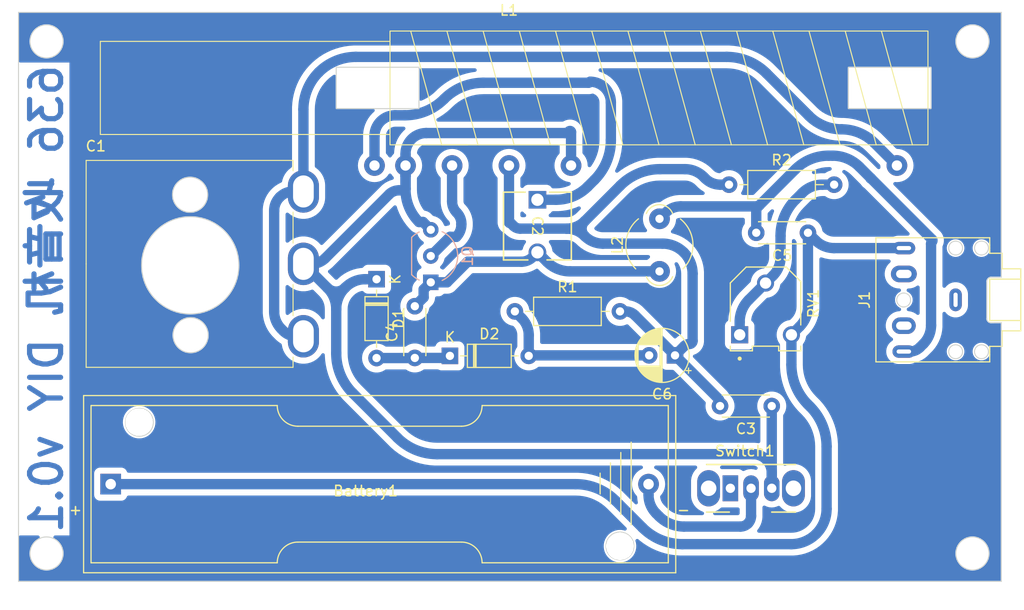
<source format=kicad_pcb>
(kicad_pcb (version 20221018) (generator pcbnew)
  (layers (0 "F.Cu" signal) (31 "B.Cu" signal) (34 "B.Paste" user) (35 "F.Paste" user) (36 "B.SilkS" user "B.Silkscreen") (37 "F.SilkS" user "F.Silkscreen") (38 "B.Mask" user) (39 "F.Mask" user) (44 "Edge.Cuts" user))
  (net 0 "")
  (net 1 "Net-(Battery1-+)")
  (net 2 "Net-(Battery1--)")
  (net 3 "Net-(C2-Pad1)")
  (net 4 "Net-(Q1-C)")
  (net 5 "GND")
  (net 6 "Net-(C3-Pad2)")
  (net 7 "Net-(D1-A)")
  (net 8 "Net-(C5-Pad2)")
  (net 9 "Net-(D2-A)")
  (net 10 "Net-(C1-Pad1)")
  (net 11 "Net-(Q1-B)")
  (net 12 "Net-(R2-Pad2)")
  (footprint "Capacitor_THT:C_Disc_D4.3mm_W1.9mm_P5.00mm" (layer "F.Cu") (at 158.1 125.25 180)
    (fp_text reference "C3" (at 2.5 -2.2) (layer "F.SilkS"))
    (fp_text value "103")
    (pad "1" thru_hole circle (at 0 0 180) (size 1.6 1.6) (drill 0.8) (layers "*.Cu" "*.Mask") (net 5 "GND"))
    (pad "2" thru_hole circle (at 5 0 180) (size 1.6 1.6) (drill 0.8) (layers "*.Cu" "*.Mask") (net 6 "Net-(C3-Pad2)"))
  )
  (footprint "Ferrite_THT:LairdTech_28C0236-0JW-10" (layer "F.Cu") (at 147.25 112.23 90)
    (fp_text reference "L2" (at 2.54 -4.064 90) (layer "F.SilkS"))
    (fp_text value "2.2mH")
    (pad "1" thru_hole circle (at 0 0 90) (size 2 2) (drill 0.8) (layers "*.Cu" "*.Mask") (net 4 "Net-(Q1-C)"))
    (pad "2" thru_hole circle (at 5.08 0 90) (size 2 2) (drill 0.8) (layers "*.Cu" "*.Mask") (net 8 "Net-(C5-Pad2)"))
  )
  (footprint "Button_Switch_THT:SW_CuK_OS102011MA1QN1_SPDT_Angled" (layer "F.Cu") (at 154.1 133.2)
    (fp_text reference "Switch1" (at 1.4 -3.6) (layer "F.SilkS"))
    (fp_text value "SW_SPDT")
    (pad "" thru_hole oval (at -2.1 0) (size 2.2 3.5) (drill 1.5) (layers "*.Cu" "*.Mask"))
    (pad "" thru_hole oval (at 6.1 0) (size 2.2 3.5) (drill 1.5) (layers "*.Cu" "*.Mask"))
    (pad "1" thru_hole rect (at 0 0) (size 1.5 2.5) (drill 0.9) (layers "*.Cu" "*.Mask"))
    (pad "2" thru_hole oval (at 2 0) (size 1.5 2.5) (drill 0.9) (layers "*.Cu" "*.Mask") (net 2 "Net-(Battery1--)"))
    (pad "3" thru_hole oval (at 4 0) (size 1.5 2.5) (drill 0.9) (layers "*.Cu" "*.Mask") (net 5 "GND"))
  )
  (footprint "Capacitor_THT:CP_Radial_D5.0mm_P2.50mm" (layer "F.Cu") (at 148.75 120.35 180)
    (fp_text reference "C6" (at 1.25 -3.75) (layer "F.SilkS"))
    (fp_text value "10uF")
    (pad "1" thru_hole rect (at 0 0 180) (size 1.6 1.6) (drill 0.8) (layers "*.Cu" "*.Mask") (net 6 "Net-(C3-Pad2)"))
    (pad "2" thru_hole circle (at 2.5 0 180) (size 1.6 1.6) (drill 0.8) (layers "*.Cu" "*.Mask") (net 9 "Net-(D2-A)"))
  )
  (footprint "Battery:BatteryHolder_Keystone_2460_1xAA" (layer "F.Cu") (at 94.2 132.8)
    (fp_text reference "Battery1" (at 24.6428 0.661 180) (layer "F.SilkS"))
    (fp_text value "1.5V")
    (fp_text user "-" (at 55.37 2.48) (layer "F.SilkS"))
    (fp_text user "+" (at -3.4 2.48) (layer "F.SilkS"))
    (pad "" np_thru_hole circle (at 2.75 -5.995 90) (size 2.64 2.64) (drill 2.64) (layers "*.Cu" "*.Mask"))
    (pad "" np_thru_hole circle (at 49.23 5.995) (size 2.64 2.64) (drill 2.64) (layers "*.Cu" "*.Mask"))
    (pad "1" thru_hole rect (at 0 0 180) (size 2 2) (drill 1.02) (layers "*.Cu" "*.Mask") (net 1 "Net-(Battery1-+)"))
    (pad "2" thru_hole circle (at 51.99 0 180) (size 2 2) (drill 1.02) (layers "*.Cu" "*.Mask") (net 2 "Net-(Battery1--)"))
  )
  (footprint "Capacitor_THT:C_Disc_D4.3mm_W1.9mm_P5.00mm" (layer "F.Cu") (at 161.6 108.5 180)
    (fp_text reference "C5" (at 2.5 -2.2) (layer "F.SilkS"))
    (fp_text value "102")
    (pad "1" thru_hole circle (at 0 0 180) (size 1.6 1.6) (drill 0.8) (layers "*.Cu" "*.Mask") (net 1 "Net-(Battery1-+)"))
    (pad "2" thru_hole circle (at 5 0 180) (size 1.6 1.6) (drill 0.8) (layers "*.Cu" "*.Mask") (net 8 "Net-(C5-Pad2)"))
  )
  (footprint "Inductor_THT:L_CommonMode_Toroid_Vertical_L43.2mm_W22.9mm_Px17.78mm_Py30.48mm_Bourns_8100" (layer "F.Cu") (at 132.7 94.5)
    (fp_text reference "L1" (at 0 -7.5) (layer "F.SilkS"))
    (fp_text value "~")
    (pad "1" thru_hole circle (at 37.5 7.5) (size 2 2) (drill 1) (layers "*.Cu" "*.Mask") (net 10 "Net-(C1-Pad1)"))
    (pad "2" thru_hole circle (at 6 7.5) (size 2 2) (drill 1) (layers "*.Cu" "*.Mask") (net 5 "GND"))
    (pad "3" thru_hole circle (at 0 7.5) (size 2 2) (drill 1) (layers "*.Cu" "*.Mask") (net 6 "Net-(C3-Pad2)"))
    (pad "4" thru_hole circle (at -5.5 7.5) (size 2 2) (drill 1) (layers "*.Cu" "*.Mask") (net 11 "Net-(Q1-B)"))
    (pad "5" thru_hole circle (at -10 7.5) (size 2 2) (drill 1) (layers "*.Cu" "*.Mask") (net 5 "GND"))
    (pad "6" thru_hole circle (at -13 7.5) (size 2 2) (drill 1) (layers "*.Cu" "*.Mask") (net 3 "Net-(C2-Pad1)"))
  )
  (footprint "Diode_THT:D_DO-35_SOD27_P7.62mm_Horizontal" (layer "F.Cu") (at 126.99 120.4)
    (fp_text reference "D2" (at 3.81 -2.12) (layer "F.SilkS"))
    (fp_text value "1N4148")
    (fp_text user "K" (at 0 -1.8) (layer "F.SilkS"))
    (pad "1" thru_hole rect (at 0 0) (size 1.6 1.6) (drill 0.8) (layers "*.Cu" "*.Mask") (net 7 "Net-(D1-A)"))
    (pad "2" thru_hole oval (at 7.62 0) (size 1.6 1.6) (drill 0.8) (layers "*.Cu" "*.Mask") (net 9 "Net-(D2-A)"))
  )
  (footprint "Rotary_Encoder:RotaryEncoder_Bourns_Vertical_PEC12R-3x17F-Sxxxx" (layer "F.Cu") (at 101.8286 111.506)
    (fp_text reference "C1" (at -9.0678 -11.3792 180) (layer "F.SilkS"))
    (fp_text value "CBM-223 ")
    (pad "1" thru_hole oval (at 11 -7 90) (size 4.1 3) (drill oval 3.1 2) (layers "*.Cu" "*.Mask") (net 10 "Net-(C1-Pad1)"))
    (pad "2" thru_hole oval (at 11 0 90) (size 4.1 3) (drill oval 3.1 2) (layers "*.Cu" "*.Mask") (net 5 "GND"))
    (pad "3" thru_hole oval (at 11 7 90) (size 4.1 3) (drill oval 3.1 2) (layers "*.Cu" "*.Mask") (net 10 "Net-(C1-Pad1)"))
  )
  (footprint "radio636footprints:TRIM_3306F-1-503" (layer "F.Cu") (at 157.5 115.8625 -90)
    (fp_text reference "RV1" (at -0.525 -4.625 90) (layer "F.SilkS"))
    (fp_text value "50k")
    (pad "1" thru_hole rect (at 2.5 2.5 270) (size 1.65 1.65) (drill 1.1) (layers "*.Cu" "*.Mask") (net 12 "Net-(R2-Pad2)"))
    (pad "2" thru_hole circle (at -2.5 0 270) (size 1.65 1.65) (drill 1.1) (layers "*.Cu" "*.Mask") (net 12 "Net-(R2-Pad2)"))
    (pad "3" thru_hole circle (at 2.5 -2.5 270) (size 1.65 1.65) (drill 1.1) (layers "*.Cu" "*.Mask") (net 1 "Net-(Battery1-+)"))
  )
  (footprint "Resistor_THT:R_Axial_DIN0207_L6.3mm_D2.5mm_P10.16mm_Horizontal" (layer "F.Cu") (at 133.27 116.1)
    (fp_text reference "R1" (at 5.08 -2.37) (layer "F.SilkS"))
    (fp_text value "10K")
    (pad "1" thru_hole circle (at 0 0) (size 1.6 1.6) (drill 0.8) (layers "*.Cu" "*.Mask") (net 9 "Net-(D2-A)"))
    (pad "2" thru_hole oval (at 10.16 0) (size 1.6 1.6) (drill 0.8) (layers "*.Cu" "*.Mask") (net 6 "Net-(C3-Pad2)"))
  )
  (footprint "radio636footprints:VCAP_GKGXXX15_SGM" (layer "F.Cu") (at 135.45 105.31 -90)
    (fp_text reference "C2" (at 2.54 0 -90 unlocked) (layer "F.SilkS"))
    (fp_text value "30p")
    (pad "1" thru_hole rect (at 0 0 270) (size 1.7018 1.7018) (drill 1.1938) (layers "*.Cu" "*.Mask") (net 3 "Net-(C2-Pad1)"))
    (pad "2" thru_hole circle (at 5.08 0 270) (size 1.7018 1.7018) (drill 1.1938) (layers "*.Cu" "*.Mask") (net 4 "Net-(Q1-C)"))
  )
  (footprint "Diode_THT:D_DO-35_SOD27_P7.62mm_Horizontal" (layer "F.Cu") (at 119.9 112.99 -90)
    (fp_text reference "D1" (at 3.81 -2.12 90) (layer "F.SilkS"))
    (fp_text value "1N4148")
    (fp_text user "K" (at 0 -1.8 90) (layer "F.SilkS"))
    (pad "1" thru_hole rect (at 0 0 270) (size 1.6 1.6) (drill 0.8) (layers "*.Cu" "*.Mask") (net 5 "GND"))
    (pad "2" thru_hole oval (at 7.62 0 270) (size 1.6 1.6) (drill 0.8) (layers "*.Cu" "*.Mask") (net 7 "Net-(D1-A)"))
  )
  (footprint "Resistor_THT:R_Axial_DIN0207_L6.3mm_D2.5mm_P10.16mm_Horizontal" (layer "F.Cu") (at 153.97 103.85)
    (fp_text reference "R2" (at 5.08 -2.37) (layer "F.SilkS"))
    (fp_text value "10K")
    (pad "1" thru_hole circle (at 0 0) (size 1.6 1.6) (drill 0.8) (layers "*.Cu" "*.Mask") (net 6 "Net-(C3-Pad2)"))
    (pad "2" thru_hole oval (at 10.16 0) (size 1.6 1.6) (drill 0.8) (layers "*.Cu" "*.Mask") (net 12 "Net-(R2-Pad2)"))
  )
  (footprint "Connector_Audio:Jack_3.5mm_CUI_SJ1-3525N_Horizontal" (layer "F.Cu") (at 175.8696 114.982 90)
    (fp_text reference "J1" (at 0 -8.8 90) (layer "F.SilkS"))
    (fp_text value "AudioJack2")
    (pad "" np_thru_hole circle (at -5 0 90) (size 1.2 1.2) (drill 1.2) (layers "F&B.Cu" "*.Mask"))
    (pad "" np_thru_hole circle (at -5 2.5 90) (size 1.2 1.2) (drill 1.2) (layers "F&B.Cu" "*.Mask"))
    (pad "" np_thru_hole circle (at 0 -5 90) (size 1.2 1.2) (drill 1.2) (layers "F&B.Cu" "*.Mask"))
    (pad "" np_thru_hole circle (at 5 0 90) (size 1.2 1.2) (drill 1.2) (layers "F&B.Cu" "*.Mask"))
    (pad "" np_thru_hole circle (at 5 2.5 90) (size 1.2 1.2) (drill 1.2) (layers "F&B.Cu" "*.Mask"))
    (pad "R" thru_hole oval (at -5 -5 90) (size 1.2 2.2) (drill oval 0.4 1.4) (layers "*.Cu" "*.Mask") (net 8 "Net-(C5-Pad2)"))
    (pad "RN" thru_hole oval (at -2.5 -5 90) (size 1.6 2.3) (drill oval 0.8 1.5) (layers "*.Cu" "*.Mask"))
    (pad "S" thru_hole oval (at 0 0 90) (size 2.2 1.2) (drill oval 1.4 0.4) (layers "*.Cu" "*.Mask"))
    (pad "T" thru_hole oval (at 5 -5 270) (size 1.2 2.2) (drill oval 0.4 1.4) (layers "*.Cu" "*.Mask") (net 1 "Net-(Battery1-+)"))
    (pad "TN" thru_hole oval (at 2.5 -5 270) (size 1.6 2.5) (drill oval 0.8 1.5) (layers "*.Cu" "*.Mask"))
  )
  (footprint "Capacitor_THT:C_Disc_D4.3mm_W1.9mm_P5.00mm" (layer "F.Cu") (at 123.6 120.6 90)
    (fp_text reference "C4" (at 2.5 -2.2 90) (layer "F.SilkS"))
    (fp_text value "271")
    (pad "1" thru_hole circle (at 0 0 90) (size 1.6 1.6) (drill 0.8) (layers "*.Cu" "*.Mask") (net 7 "Net-(D1-A)"))
    (pad "2" thru_hole circle (at 5 0 90) (size 1.6 1.6) (drill 0.8) (layers "*.Cu" "*.Mask") (net 4 "Net-(Q1-C)"))
  )
  (footprint "Package_TO_SOT_THT:TO-92_Inline_Wide" (layer "B.Cu") (at 125.14 113.29 90)
    (fp_text reference "Q1" (at 2.54 3.56 270) (layer "B.SilkS") (effects (justify mirror)))
    (fp_text value "BC547/S9014")
    (pad "1" thru_hole rect (at 0 0 90) (size 1.5 1.5) (drill 0.8) (layers "*.Cu" "*.Mask") (net 4 "Net-(Q1-C)"))
    (pad "2" thru_hole circle (at 2.54 0 90) (size 1.5 1.5) (drill 0.8) (layers "*.Cu" "*.Mask") (net 11 "Net-(Q1-B)"))
    (pad "3" thru_hole circle (at 5.08 0 90) (size 1.5 1.5) (drill 0.8) (layers "*.Cu" "*.Mask") (net 5 "GND"))
  )
  (gr_circle (center 101.925 118.4) (end 103.625 118.4) (stroke (width 0.1)) (fill none) (layer "Edge.Cuts"))
  (gr_circle (center 88 139.5) (end 89.6 139.5) (stroke (width 0.1)) (fill none) (layer "Edge.Cuts"))
  (gr_circle (center 175.875 120) (end 176.45 120.35) (stroke (width 0.1)) (fill none) (layer "Edge.Cuts"))
  (gr_circle (center 170.85 115) (end 171.425 115.35) (stroke (width 0.1)) (fill none) (layer "Edge.Cuts"))
  (gr_circle (center 101.875 104.825) (end 103.575 104.825) (stroke (width 0.1)) (fill none) (layer "Edge.Cuts"))
  (gr_circle (center 96.975 126.825) (end 97.975 127.725) (stroke (width 0.1)) (fill none) (layer "Edge.Cuts"))
  (gr_circle (center 178.375 109.975) (end 178.95 110.325) (stroke (width 0.1)) (fill none) (layer "Edge.Cuts"))
  (gr_circle (center 143.425 138.775) (end 144.425 139.675) (stroke (width 0.1)) (fill none) (layer "Edge.Cuts"))
  (gr_line (start 180.2892 112.7956) (end 180.2892 87.1956) (stroke (width 0.1)) (layer "Edge.Cuts"))
  (gr_circle (center 177.5 90) (end 179.1 90) (stroke (width 0.1)) (fill none) (layer "Edge.Cuts"))
  (gr_arc (start 178.895479 113.195667) (mid 179.011666 112.91624) (end 179.2892 112.7956) (stroke (width 0.1)) (layer "Edge.Cuts"))
  (gr_line (start 179.289182 117.201626) (end 180.2892 117.1956) (stroke (width 0.1)) (layer "Edge.Cuts"))
  (gr_rect (start 116 92.5) (end 124 96.5) (stroke (width 0.1)) (fill none) (layer "Edge.Cuts"))
  (gr_line (start 180.2892 112.7956) (end 179.2892 112.7956) (stroke (width 0.1)) (layer "Edge.Cuts"))
  (gr_circle (center 177.5 139.5) (end 179.1 139.5) (stroke (width 0.1)) (fill none) (layer "Edge.Cuts"))
  (gr_circle (center 175.875 109.975) (end 176.45 110.325) (stroke (width 0.1)) (fill none) (layer "Edge.Cuts"))
  (gr_rect (start 165.5 92.5) (end 173.5 96.5) (stroke (width 0.1)) (fill none) (layer "Edge.Cuts"))
  (gr_circle (center 88 90) (end 89.6 90) (stroke (width 0.1)) (fill none) (layer "Edge.Cuts"))
  (gr_line (start 85.2892 87.1956) (end 85.2892 142.1956) (stroke (width 0.1)) (layer "Edge.Cuts"))
  (gr_line (start 178.8892 113.1956) (end 178.8892 116.7956) (stroke (width 0.1)) (layer "Edge.Cuts"))
  (gr_arc (start 179.289182 117.201626) (mid 179.004569 117.081975) (end 178.889201 116.7956) (stroke (width 0.1)) (layer "Edge.Cuts"))
  (gr_circle (center 101.889342 111.65) (end 106.589342 111.65) (stroke (width 0.1)) (fill none) (layer "Edge.Cuts"))
  (gr_line (start 180.2892 142.1956) (end 180.2892 117.1956) (stroke (width 0.1)) (layer "Edge.Cuts"))
  (gr_line (start 180.2892 87.1956) (end 85.2892 87.1956) (stroke (width 0.1)) (layer "Edge.Cuts"))
  (gr_circle (center 178.375 120) (end 178.95 120.35) (stroke (width 0.1)) (fill none) (layer "Edge.Cuts"))
  (gr_line (start 85.2892 142.1956) (end 180.2892 142.1956) (stroke (width 0.1)) (layer "Edge.Cuts"))
  (gr_text "636 收音机 DIY v0.1" (at 89.75 92 90) (layer "B.Cu") (effects (font (size 3 3) (thickness 0.5) bold) (justify left bottom mirror)))
  (segment (start 142.993792 134.393792) (end 145.606207 137.006207) (width 1) (layer "B.Cu") (net 1))
  (segment (start 161.6 109.023966) (end 161.6 115.631129) (width 1) (layer "B.Cu") (net 1))
  (segment (start 164.129932 109.982) (end 170.8696 109.982) (width 1) (layer "B.Cu") (net 1))
  (segment (start 160.4 117.9625) (end 160.8 117.5625) (width 1) (layer "B.Cu") (net 1))
  (segment (start 160 121.246036) (end 160 118.928185) (width 1) (layer "B.Cu") (net 1))
  (segment (start 159.985786 138.6) (end 149.453963 138.6) (width 1) (layer "B.Cu") (net 1))
  (segment (start 163.4 135.185786) (end 163.4 129.153963) (width 1) (layer "B.Cu") (net 1))
  (segment (start 161.593792 125.093792) (end 161.806207 125.306207) (width 1) (layer "B.Cu") (net 1))
  (segment (start 161.9705 108.8705) (end 162.341 109.241) (width 1) (layer "B.Cu") (net 1))
  (segment (start 139.146036 132.8) (end 94.2 132.8) (width 1) (layer "B.Cu") (net 1))
  (arc (start 160.4 117.9625) (mid 160.103956 118.40556) (end 160 118.928185) (width 1) (layer "B.Cu") (net 1))
  (arc (start 162.341 109.241) (mid 163.161769 109.78942) (end 164.129932 109.982) (width 1) (layer "B.Cu") (net 1))
  (arc (start 145.606207 137.006207) (mid 147.371572 138.185786) (end 149.453963 138.6) (width 1) (layer "B.Cu") (net 1))
  (arc (start 161.9705 108.8705) (mid 161.733978 108.823452) (end 161.6 109.023966) (width 1) (layer "B.Cu") (net 1))
  (arc (start 139.146036 132.8) (mid 141.228426 133.214213) (end 142.993792 134.393792) (width 1) (layer "B.Cu") (net 1))
  (arc (start 162.4 137.6) (mid 163.140108 136.492349) (end 163.4 135.185786) (width 1) (layer "B.Cu") (net 1))
  (arc (start 161.593792 125.093792) (mid 160.414213 123.328426) (end 160 121.246036) (width 1) (layer "B.Cu") (net 1))
  (arc (start 160.8 117.5625) (mid 161.392086 116.676379) (end 161.6 115.631129) (width 1) (layer "B.Cu") (net 1))
  (arc (start 162.4 137.6) (mid 161.292349 138.340108) (end 159.985786 138.6) (width 1) (layer "B.Cu") (net 1))
  (arc (start 163.4 129.153963) (mid 162.985786 127.071572) (end 161.806207 125.306207) (width 1) (layer "B.Cu") (net 1))
  (segment (start 146.19 133.845) (end 146.19 132.8) (width 1) (layer "B.Cu") (net 2))
  (segment (start 156.1 135.875735) (end 156.1 133.2) (width 1) (layer "B.Cu") (net 2))
  (segment (start 146.928926 135.628926) (end 147.195 135.895) (width 1) (layer "B.Cu") (net 2))
  (segment (start 149.621284 136.9) (end 155.075735 136.9) (width 1) (layer "B.Cu") (net 2))
  (arc (start 146.19 133.845) (mid 146.38204 134.810453) (end 146.928926 135.628926) (width 1) (layer "B.Cu") (net 2))
  (arc (start 155.8 136.6) (mid 155.467704 136.822032) (end 155.075735 136.9) (width 1) (layer "B.Cu") (net 2))
  (arc (start 149.621284 136.9) (mid 148.308188 136.638809) (end 147.195 135.895) (width 1) (layer "B.Cu") (net 2))
  (arc (start 156.1 135.875735) (mid 156.022032 136.267704) (end 155.8 136.6) (width 1) (layer "B.Cu") (net 2))
  (segment (start 119.7 99.1435) (end 119.7 102) (width 1) (layer "B.Cu") (net 3))
  (segment (start 122.633706 97.143502) (end 121.699998 97.143502) (width 1) (layer "B.Cu") (net 3))
  (segment (start 140.956207 103.393792) (end 140.309256 104.040742) (width 1) (layer "B.Cu") (net 3))
  (segment (start 130.222791 94) (end 140.37929 94) (width 1) (layer "B.Cu") (net 3))
  (segment (start 142.55 99.546036) (end 142.55 95.899998) (width 1) (layer "B.Cu") (net 3))
  (segment (start 140.550001 93.9) (end 140.500001 93.95) (width 1) (layer "B.Cu") (net 3))
  (segment (start 137.245 105.31) (end 135.45 105.31) (width 1) (layer "B.Cu") (net 3))
  (arc (start 121.699998 97.143502) (mid 120.285785 97.729287) (end 119.7 99.1435) (width 1) (layer "B.Cu") (net 3))
  (arc (start 140.550001 93.9) (mid 141.964213 94.485785) (end 142.55 95.899998) (width 1) (layer "B.Cu") (net 3))
  (arc (start 140.500001 93.95) (mid 140.444618 93.987005) (end 140.37929 94) (width 1) (layer "B.Cu") (net 3))
  (arc (start 130.222791 94) (mid 128.169199 94.408484) (end 126.428249 95.571751) (width 1) (layer "B.Cu") (net 3))
  (arc (start 142.55 99.546036) (mid 142.135786 101.628426) (end 140.956207 103.393792) (width 1) (layer "B.Cu") (net 3))
  (arc (start 137.245 105.31) (mid 138.903363 104.98013) (end 140.309256 104.040742) (width 1) (layer "B.Cu") (net 3))
  (arc (start 126.428249 95.571751) (mid 124.687297 96.735017) (end 122.633706 97.143502) (width 1) (layer "B.Cu") (net 3))
  (segment (start 133.896532 111.3) (end 128.7 111.3) (width 1) (layer "B.Cu") (net 4))
  (segment (start 124.45 114.75) (end 124.45 113.98) (width 1) (layer "B.Cu") (net 4))
  (segment (start 147.25 112.23) (end 138.591076 112.23) (width 1) (layer "B.Cu") (net 4))
  (segment (start 124.45 113.98) (end 125.14 113.29) (width 1) (layer "B.Cu") (net 4))
  (segment (start 136.37 111.31) (end 135.905 110.845) (width 1) (layer "B.Cu") (net 4))
  (segment (start 128.7 111.3) (end 126.71 113.29) (width 1) (layer "B.Cu") (net 4))
  (segment (start 126.71 113.29) (end 125.14 113.29) (width 1) (layer "B.Cu") (net 4))
  (segment (start 124.45 114.75) (end 123.6 115.6) (width 1) (layer "B.Cu") (net 4))
  (arc (start 134.995 110.845) (mid 134.491018 111.181749) (end 133.896532 111.3) (width 1) (layer "B.Cu") (net 4))
  (arc (start 135.905 110.845) (mid 135.45 110.656532) (end 134.995 110.845) (width 1) (layer "B.Cu") (net 4))
  (arc (start 138.591076 112.23) (mid 137.389038 111.990899) (end 136.37 111.31) (width 1) (layer "B.Cu") (net 4))
  (segment (start 156.307537 129.9) (end 125.753963 129.9) (width 1) (layer "B.Cu") (net 5))
  (segment (start 116 115.870571) (end 116 120.146036) (width 1) (layer "B.Cu") (net 5))
  (segment (start 124.39 107.46) (end 125.14 108.21) (width 1) (layer "B.Cu") (net 5))
  (segment (start 124 107.46) (end 124.39 107.46) (width 1) (layer "B.Cu") (net 5))
  (segment (start 116.905127 113.772272) (end 116.843699 113.833699) (width 1) (layer "B.Cu") (net 5))
  (segment (start 158.1 133.2) (end 158.1 131.692462) (width 1) (layer "B.Cu") (net 5))
  (segment (start 122.7 103) (end 122.7 101) (width 1) (layer "B.Cu") (net 5))
  (segment (start 115.1563 113.8337) (end 113.105326 111.782726) (width 1) (layer "B.Cu") (net 5))
  (segment (start 118.7937 112.99) (end 119.9 112.99) (width 1) (layer "B.Cu") (net 5))
  (segment (start 122.7 103) (end 122.7 100.860658) (width 1) (layer "B.Cu") (net 5))
  (segment (start 113.21995 111.506) (end 113.6113 111.506) (width 1) (layer "B.Cu") (net 5))
  (segment (start 114.947452 110.952547) (end 121.111091 104.788908) (width 1) (layer "B.Cu") (net 5))
  (segment (start 158.1 133.2) (end 158.1 125.25) (width 1) (layer "B.Cu") (net 5))
  (segment (start 122.7 103) (end 122.7 104.229289) (width 1) (layer "B.Cu") (net 5))
  (segment (start 124.699998 98.86066) (end 138.117156 98.86066) (width 1) (layer "B.Cu") (net 5))
  (segment (start 122.7 103) (end 122.7 104.321522) (width 1) (layer "B.Cu") (net 5))
  (segment (start 121.906207 128.306207) (end 117.593792 123.993792) (width 1) (layer "B.Cu") (net 5))
  (segment (start 138.7 98.760659) (end 138.7 102) (width 1) (layer "B.Cu") (net 5))
  (segment (start 122.05 104.4) (end 122.529289 104.4) (width 1) (layer "B.Cu") (net 5))
  (arc (start 122.05 104.4) (mid 121.541866 104.501073) (end 121.111091 104.788908) (width 1) (layer "B.Cu") (net 5))
  (arc (start 118.7937 112.99) (mid 117.771611 113.193305) (end 116.905127 113.772272) (width 1) (layer "B.Cu") (net 5))
  (arc (start 116 115.870571) (mid 115.780729 114.768224) (end 115.1563 113.8337) (width 1) (layer "B.Cu") (net 5))
  (arc (start 116 120.146036) (mid 116.414213 122.228426) (end 117.593792 123.993792) (width 1) (layer "B.Cu") (net 5))
  (arc (start 156.307537 129.9) (mid 156.993483 130.036443) (end 157.575 130.425) (width 1) (layer "B.Cu") (net 5))
  (arc (start 122.65 104.35) (mid 122.594617 104.387005) (end 122.529289 104.4) (width 1) (layer "B.Cu") (net 5))
  (arc (start 122.7 103) (mid 122.7 103) (end 122.7 103) (width 1) (layer "B.Cu") (net 5))
  (arc (start 122.65 104.35) (mid 122.687005 104.294617) (end 122.7 104.229289) (width 1) (layer "B.Cu") (net 5))
  (arc (start 124.699998 98.86066) (mid 123.285785 99.446445) (end 122.7 100.860658) (width 1) (layer "B.Cu") (net 5))
  (arc (start 116 115.870571) (mid 116.21927 114.768224) (end 116.843699 113.833699) (width 1) (layer "B.Cu") (net 5))
  (arc (start 138.7 98.760659) (mid 138.638268 98.668271) (end 138.529289 98.689949) (width 1) (layer "B.Cu") (net 5))
  (arc (start 113.21995 111.506) (mid 113.070186 111.606068) (end 113.105326 111.782726) (width 1) (layer "B.Cu") (net 5))
  (arc (start 121.906207 128.306207) (mid 123.671572 129.485786) (end 125.753963 129.9) (width 1) (layer "B.Cu") (net 5))
  (arc (start 122.7 104.321522) (mid 123.037858 106.020054) (end 124 107.46) (width 1) (layer "B.Cu") (net 5))
  (arc (start 114.947452 110.952547) (mid 114.33442 111.362162) (end 113.6113 111.506) (width 1) (layer "B.Cu") (net 5))
  (arc (start 158.1 131.692462) (mid 157.963556 131.006516) (end 157.575 130.425) (width 1) (layer "B.Cu") (net 5))
  (arc (start 116.843699 113.833699) (mid 115.999999 114.183171) (end 115.1563 113.8337) (width 1) (layer "B.Cu") (net 5))
  (arc (start 138.529289 98.689949) (mid 138.3402 98.816293) (end 138.117156 98.86066) (width 1) (layer "B.Cu") (net 5))
  (segment (start 144.878302 116.478302) (end 148.75 120.35) (width 1) (layer "B.Cu") (net 6))
  (segment (start 151.52 103.1) (end 151.668959 103.248959) (width 1) (layer "B.Cu") (net 6))
  (segment (start 141.775304 109.55) (end 147.547918 109.55) (width 1) (layer "B.Cu") (net 6))
  (segment (start 147.303963 102.35) (end 149.709339 102.35) (width 1) (layer "B.Cu") (net 6))
  (segment (start 153.12 103.85) (end 153.97 103.85) (width 1) (layer "B.Cu") (net 6))
  (segment (start 150.45 118.95) (end 150.45 112.452081) (width 1) (layer "B.Cu") (net 6))
  (segment (start 143.965 116.1) (end 143.43 116.1) (width 1) (layer "B.Cu") (net 6))
  (segment (start 132.903033 107.603033) (end 133.125 107.825) (width 1) (layer "B.Cu") (net 6))
  (segment (start 132.7 107.475) (end 132.7 102) (width 1) (layer "B.Cu") (net 6))
  (segment (start 140.025 107.375) (end 143.456207 103.943792) (width 1) (layer "B.Cu") (net 6))
  (segment (start 138.274695 108.1) (end 133.788908 108.1) (width 1) (layer "B.Cu") (net 6))
  (segment (start 152.905545 124.505545) (end 148.75 120.35) (width 1) (layer "B.Cu") (net 6))
  (segment (start 149.637867 119.462132) (end 148.75 120.35) (width 1) (layer "B.Cu") (net 6))
  (segment (start 153.1 124.975) (end 153.1 125.25) (width 1) (layer "B.Cu") (net 6))
  (arc (start 150.15 119.25) (mid 149.872835 119.305131) (end 149.637867 119.462132) (width 1) (layer "B.Cu") (net 6))
  (arc (start 133.125 107.825) (mid 133.429603 108.028529) (end 133.788908 108.1) (width 1) (layer "B.Cu") (net 6))
  (arc (start 147.303963 102.35) (mid 145.221572 102.764213) (end 143.456207 103.943792) (width 1) (layer "B.Cu") (net 6))
  (arc (start 152.905545 124.505545) (mid 153.049462 124.720932) (end 153.1 124.975) (width 1) (layer "B.Cu") (net 6))
  (arc (start 132.7 107.475) (mid 132.721966 107.528033) (end 132.775 107.55) (width 1) (layer "B.Cu") (net 6))
  (arc (start 151.668959 103.248959) (mid 152.334702 103.693794) (end 153.12 103.85) (width 1) (layer "B.Cu") (net 6))
  (arc (start 138.274695 108.1) (mid 139.221953 108.288421) (end 140.025 108.825) (width 1) (layer "B.Cu") (net 6))
  (arc (start 150.15 119.25) (mid 150.362132 119.162132) (end 150.45 118.95) (width 1) (layer "B.Cu") (net 6))
  (arc (start 144.878302 116.478302) (mid 144.459275 116.198317) (end 143.965 116.1) (width 1) (layer "B.Cu") (net 6))
  (arc (start 147.547918 109.55) (mid 148.658496 109.770907) (end 149.6 110.4) (width 1) (layer "B.Cu") (net 6))
  (arc (start 132.903033 107.603033) (mid 132.84429 107.563782) (end 132.775 107.55) (width 1) (layer "B.Cu") (net 6))
  (arc (start 150.45 112.452081) (mid 150.229092 111.341502) (end 149.6 110.4) (width 1) (layer "B.Cu") (net 6))
  (arc (start 141.775304 109.55) (mid 140.828046 109.361578) (end 140.025 108.825) (width 1) (layer "B.Cu") (net 6))
  (arc (start 151.52 103.1) (mid 150.689261 102.544918) (end 149.709339 102.35) (width 1) (layer "B.Cu") (net 6))
  (arc (start 140.025 107.375) (mid 139.724695 108.1) (end 140.025 108.825) (width 1) (layer "B.Cu") (net 6))
  (arc (start 140.025 107.375) (mid 139.221953 107.911578) (end 138.274695 108.1) (width 1) (layer "B.Cu") (net 6))
  (segment (start 126.89 120.5) (end 126.99 120.4) (width 1) (layer "B.Cu") (net 7))
  (segment (start 123.607071 120.6) (end 126.648578 120.6) (width 1) (layer "B.Cu") (net 7))
  (segment (start 123.582928 120.61) (end 119.9 120.61) (width 1) (layer "B.Cu") (net 7))
  (arc (start 123.582928 120.61) (mid 123.589461 120.6087) (end 123.595 120.605) (width 1) (layer "B.Cu") (net 7))
  (arc (start 126.648578 120.6) (mid 126.779234 120.57401) (end 126.89 120.5) (width 1) (layer "B.Cu") (net 7))
  (arc (start 123.607071 120.6) (mid 123.600538 120.601299) (end 123.595 120.605) (width 1) (layer "B.Cu") (net 7))
  (segment (start 172.42402 119.575979) (end 172.759 119.241) (width 1) (layer "B.Cu") (net 8))
  (segment (start 173.5975 109.1475) (end 167.717677 103.267677) (width 1) (layer "B.Cu") (net 8))
  (segment (start 156.899999 105.849999) (end 156.7 106.05) (width 1) (layer "B.Cu") (net 8))
  (segment (start 163.97972 101.05) (end 163.6 101.05) (width 1) (layer "B.Cu") (net 8))
  (segment (start 149.298528 105.95) (end 156.658578 105.95) (width 1) (layer "B.Cu") (net 8))
  (segment (start 171.4438 119.982) (end 170.8696 119.982) (width 1) (layer "B.Cu") (net 8))
  (segment (start 156.899999 105.849999) (end 160.356497 102.393502) (width 1) (layer "B.Cu") (net 8))
  (segment (start 147.85 106.55) (end 147.25 107.15) (width 1) (layer "B.Cu") (net 8))
  (segment (start 173.5 117.452067) (end 173.5 109.577885) (width 1) (layer "B.Cu") (net 8))
  (segment (start 156.6 106.291421) (end 156.6 108.5) (width 1) (layer "B.Cu") (net 8))
  (segment (start 167.632322 103.182322) (end 166.575 102.125) (width 1) (layer "B.Cu") (net 8))
  (arc (start 156.7 106.05) (mid 156.712698 105.986161) (end 156.658578 105.95) (width 1) (layer "B.Cu") (net 8))
  (arc (start 173.5975 109.3425) (mid 173.525339 109.450495) (end 173.5 109.577885) (width 1) (layer "B.Cu") (net 8))
  (arc (start 167.675 103.25) (mid 167.698096 103.254594) (end 167.717677 103.267677) (width 1) (layer "B.Cu") (net 8))
  (arc (start 160.356497 102.393502) (mid 161.844628 101.399164) (end 163.6 101.05) (width 1) (layer "B.Cu") (net 8))
  (arc (start 167.632322 103.182322) (mid 167.645405 103.201902) (end 167.65 103.225) (width 1) (layer "B.Cu") (net 8))
  (arc (start 167.675 103.25) (mid 167.657322 103.242677) (end 167.65 103.225) (width 1) (layer "B.Cu") (net 8))
  (arc (start 156.6 106.291421) (mid 156.625989 106.160764) (end 156.7 106.05) (width 1) (layer "B.Cu") (net 8))
  (arc (start 163.97972 101.05) (mid 165.384275 101.329383) (end 166.575 102.125) (width 1) (layer "B.Cu") (net 8))
  (arc (start 172.759 119.241) (mid 173.30742 118.42023) (end 173.5 117.452067) (width 1) (layer "B.Cu") (net 8))
  (arc (start 172.42402 119.575979) (mid 171.974291 119.876478) (end 171.4438 119.982) (width 1) (layer "B.Cu") (net 8))
  (arc (start 156.899999 105.849999) (mid 156.789234 105.92401) (end 156.658578 105.95) (width 1) (layer "B.Cu") (net 8))
  (arc (start 147.85 106.55) (mid 148.51459 106.105934) (end 149.298528 105.95) (width 1) (layer "B.Cu") (net 8))
  (arc (start 173.5975 109.1475) (mid 173.637885 109.245) (end 173.5975 109.3425) (width 1) (layer "B.Cu") (net 8))
  (segment (start 133.94 116.77) (end 133.27 116.1) (width 1) (layer "B.Cu") (net 9))
  (segment (start 134.61 118.387523) (end 134.61 120.364644) (width 1) (layer "B.Cu") (net 9))
  (segment (start 134.695355 120.35) (end 146.25 120.35) (width 1) (layer "B.Cu") (net 9))
  (arc (start 133.94 116.77) (mid 134.435872 117.512125) (end 134.61 118.387523) (width 1) (layer "B.Cu") (net 9))
  (arc (start 134.635 120.375) (mid 134.61904 120.378174) (end 134.61 120.364644) (width 1) (layer "B.Cu") (net 9))
  (arc (start 134.635 120.375) (mid 134.662691 120.356497) (end 134.695355 120.35) (width 1) (layer "B.Cu") (net 9))
  (segment (start 111.867574 104.506) (end 111.9613 104.506) (width 1) (layer "B.Cu") (net 10))
  (segment (start 112.1173 118.506) (end 112.8286 118.506) (width 1) (layer "B.Cu") (net 10))
  (segment (start 110.703 117.803) (end 110.903034 118.003034) (width 1) (layer "B.Cu") (net 10))
  (segment (start 112.8286 103.6387) (end 112.8286 96.572497) (width 1) (layer "B.Cu") (net 10))
  (segment (start 168.008147 99.808147) (end 170.2 102) (width 1) (layer "B.Cu") (net 10))
  (segment (start 117.901097 91.5) (end 153.746036 91.5) (width 1) (layer "B.Cu") (net 10))
  (segment (start 110 116.105807) (end 110 106.373574) (width 1) (layer "B.Cu") (net 10))
  (segment (start 161.691852 97.191852) (end 157.593792 93.093792) (width 1) (layer "B.Cu") (net 10))
  (arc (start 157.593792 93.093792) (mid 155.828426 91.914213) (end 153.746036 91.5) (width 1) (layer "B.Cu") (net 10))
  (arc (start 110 116.105807) (mid 110.182703 117.024321) (end 110.703 117.803) (width 1) (layer "B.Cu") (net 10))
  (arc (start 110.903034 118.003034) (mid 111.460144 118.375283) (end 112.1173 118.506) (width 1) (layer "B.Cu") (net 10))
  (arc (start 161.691852 97.191852) (mid 163.140822 98.160023) (end 164.85 98.5) (width 1) (layer "B.Cu") (net 10))
  (arc (start 110.547 105.053) (mid 111.152884 104.64816) (end 111.867574 104.506) (width 1) (layer "B.Cu") (net 10))
  (arc (start 168.008147 99.808147) (mid 166.559176 98.839976) (end 164.85 98.5) (width 1) (layer "B.Cu") (net 10))
  (arc (start 114.3143 92.9857) (mid 113.21472 94.631336) (end 112.8286 96.572497) (width 1) (layer "B.Cu") (net 10))
  (arc (start 110.547 105.053) (mid 110.14216 105.658884) (end 110 106.373574) (width 1) (layer "B.Cu") (net 10))
  (arc (start 114.3143 92.9857) (mid 115.959936 91.88612) (end 117.901097 91.5) (width 1) (layer "B.Cu") (net 10))
  (arc (start 112.8286 103.6387) (mid 112.574573 104.251973) (end 111.9613 104.506) (width 1) (layer "B.Cu") (net 10))
  (segment (start 127.605025 108.894974) (end 126.995026 108.894974) (width 1) (layer "B.Cu") (net 11))
  (segment (start 127.2 105.463603) (end 127.2 102) (width 1) (layer "B.Cu") (net 11))
  (segment (start 126.995026 108.894974) (end 125.14 110.75) (width 1) (layer "B.Cu") (net 11))
  (segment (start 128.1 107.7) (end 128.1 107.636396) (width 1) (layer "B.Cu") (net 11))
  (arc (start 127.65 106.55) (mid 127.983048 107.048442) (end 128.1 107.636396) (width 1) (layer "B.Cu") (net 11))
  (arc (start 128.1 107.7) (mid 127.97136 108.346715) (end 127.605025 108.894974) (width 1) (layer "B.Cu") (net 11))
  (arc (start 127.65 106.55) (mid 127.316951 106.051556) (end 127.2 105.463603) (width 1) (layer "B.Cu") (net 11))
  (segment (start 155.883883 114.978616) (end 157.137499 113.724999) (width 1) (layer "B.Cu") (net 12))
  (segment (start 157.8625 113) (end 157.137499 113.724999) (width 1) (layer "B.Cu") (net 12))
  (segment (start 155 117.1125) (end 155 118.3625) (width 1) (layer "B.Cu") (net 12))
  (segment (start 158.225 112.6375) (end 157.8625 113) (width 1) (layer "B.Cu") (net 12))
  (segment (start 158.95 108.800609) (end 158.95 110.887195) (width 1) (layer "B.Cu") (net 12))
  (segment (start 162.99 103.85) (end 164.13 103.85) (width 1) (layer "B.Cu") (net 12))
  (segment (start 160.399999 105.299999) (end 161.043898 104.656101) (width 1) (layer "B.Cu") (net 12))
  (arc (start 158.95 108.800609) (mid 159.326842 106.906092) (end 160.399999 105.299999) (width 1) (layer "B.Cu") (net 12))
  (arc (start 162.99 103.85) (mid 161.936777 104.059498) (end 161.043898 104.656101) (width 1) (layer "B.Cu") (net 12))
  (arc (start 155.883883 114.978616) (mid 155.229713 115.95765) (end 155 117.1125) (width 1) (layer "B.Cu") (net 12))
  (arc (start 158.225 112.6375) (mid 158.761578 111.834453) (end 158.95 110.887195) (width 1) (layer "B.Cu") (net 12))
  (zone locked (net 0) (net_name "") (layer "B.Cu") (connect_pads (clearance 0.6)) (min_thickness 0.35) (fill yes (thermal_gap 0.5) (thermal_bridge_width 0.5) (smoothing chamfer) (island_removal_mode 1) (island_area_min 10))
    (polygon (pts (xy 84.5 86) (xy 182 86) (xy 182.5 145) (xy 83.5 144.5)))
  )
)
</source>
